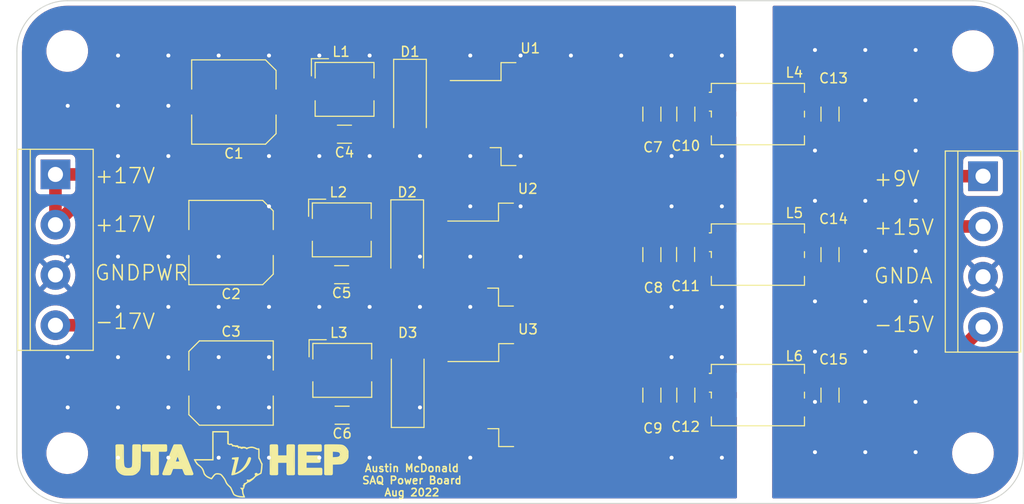
<source format=kicad_pcb>
(kicad_pcb (version 20211014) (generator pcbnew)
  (layers (0 "F.Cu" signal) (31 "B.Cu" signal) (34 "B.Paste" user) (35 "F.Paste" user) (36 "B.SilkS" user "B.Silkscreen") (37 "F.SilkS" user "F.Silkscreen") (38 "B.Mask" user) (39 "F.Mask" user) (44 "Edge.Cuts" user))
  (net 0 "")
  (net 1 "Net-(C1-Pad1)")
  (net 2 "GNDPWR")
  (net 3 "Net-(C3-Pad2)")
  (net 4 "Net-(C4-Pad1)")
  (net 5 "Net-(C5-Pad1)")
  (net 6 "Net-(C6-Pad1)")
  (net 7 "Net-(C10-Pad1)")
  (net 8 "Net-(C11-Pad1)")
  (net 9 "Net-(C12-Pad1)")
  (net 10 "Net-(C13-Pad1)")
  (net 11 "GNDA")
  (net 12 "Net-(C14-Pad1)")
  (net 13 "Net-(C15-Pad1)")
  (footprint "Capacitor_SMD:C_1206_3216Metric_Pad1.33x1.80mm_HandSolder" (layer "F.Cu") (at 64.103534 11.4554 90)
    (fp_text reference "C7" (at -3.3528 0.1016) (layer "F.SilkS"))
    (fp_text value "0.01u")
    (pad "1" smd roundrect locked (at -1.5625 0 90) (size 1.325 1.8) (layers "F.Cu" "F.Paste" "F.Mask") (roundrect_rratio 0.1886792453) (net 7 "Net-(C10-Pad1)"))
    (pad "2" smd roundrect locked (at 1.5625 0 90) (size 1.325 1.8) (layers "F.Cu" "F.Paste" "F.Mask") (roundrect_rratio 0.1886792453) (net 2 "GNDPWR"))
  )
  (footprint "MountingHole:MountingHole_3.2mm_M3" (layer "F.Cu") (at 5.08 45.72)
    (fp_text reference "H4" hide)
    (fp_text value "MountingHole")
    (pad "" np_thru_hole circle locked (at 0 0) (size 3.2 3.2) (drill 3.2) (layers *.Cu *.Mask))
  )
  (footprint "Diode_SMD:D_SMA_Handsoldering" (layer "F.Cu") (at 39.4522 38.7185 90)
    (fp_text reference "D3" (at 5.1651 0 180) (layer "F.SilkS"))
    (fp_text value "SS16FL")
    (pad "1" smd rect locked (at -2.5 0 90) (size 3.5 1.8) (layers "F.Cu" "F.Paste" "F.Mask") (net 2 "GNDPWR"))
    (pad "2" smd rect locked (at 2.5 0 90) (size 3.5 1.8) (layers "F.Cu" "F.Paste" "F.Mask") (net 6 "Net-(C6-Pad1)"))
  )
  (footprint "Inductor_SMD:L_CommonMode_Wuerth_WE-SL2" (layer "F.Cu") (at 74.809 11.4554)
    (fp_text reference "L4" (at 3.677 -4.2) (layer "F.SilkS"))
    (fp_text value "L_Coupled_1423")
    (pad "1" smd rect locked (at -3.75 -1.27) (size 2 1.2) (layers "F.Cu" "F.Paste" "F.Mask") (net 7 "Net-(C10-Pad1)"))
    (pad "2" smd rect locked (at -3.75 1.27) (size 2 1.2) (layers "F.Cu" "F.Paste" "F.Mask") (net 2 "GNDPWR"))
    (pad "3" smd rect locked (at 3.75 1.27) (size 2 1.2) (layers "F.Cu" "F.Paste" "F.Mask") (net 11 "GNDA"))
    (pad "4" smd rect locked (at 3.75 -1.27) (size 2 1.2) (layers "F.Cu" "F.Paste" "F.Mask") (net 10 "Net-(C13-Pad1)"))
  )
  (footprint "Capacitor_SMD:C_1206_3216Metric_Pad1.33x1.80mm_HandSolder" (layer "F.Cu") (at 33.0677 13.4862 180)
    (fp_text reference "C4" (at 0 -1.85) (layer "F.SilkS"))
    (fp_text value "1u")
    (pad "1" smd roundrect locked (at -1.5625 0 180) (size 1.325 1.8) (layers "F.Cu" "F.Paste" "F.Mask") (roundrect_rratio 0.1886792453) (net 4 "Net-(C4-Pad1)"))
    (pad "2" smd roundrect locked (at 1.5625 0 180) (size 1.325 1.8) (layers "F.Cu" "F.Paste" "F.Mask") (roundrect_rratio 0.1886792453) (net 2 "GNDPWR"))
  )
  (footprint "Inductor_SMD:L_Bourns_SRP5030T" (layer "F.Cu") (at 32.8482 37.3535)
    (fp_text reference "L3" (at -0.35 -3.8) (layer "F.SilkS"))
    (fp_text value "SRP5030T [10u]")
    (pad "1" smd roundrect locked (at -2.25 0) (size 2 1.8) (layers "F.Cu" "F.Paste" "F.Mask") (net 3 "Net-(C3-Pad2)"))
    (pad "2" smd roundrect locked (at 2.25 0) (size 2 1.8) (layers "F.Cu" "F.Paste" "F.Mask") (net 6 "Net-(C6-Pad1)"))
  )
  (footprint "Capacitor_SMD:C_1206_3216Metric_Pad1.33x1.80mm_HandSolder" (layer "F.Cu") (at 67.507134 25.6417 90)
    (fp_text reference "C11" (at -3.1881 0) (layer "F.SilkS"))
    (fp_text value "1u")
    (pad "1" smd roundrect locked (at -1.5625 0 90) (size 1.325 1.8) (layers "F.Cu" "F.Paste" "F.Mask") (roundrect_rratio 0.1886792453) (net 8 "Net-(C11-Pad1)"))
    (pad "2" smd roundrect locked (at 1.5625 0 90) (size 1.325 1.8) (layers "F.Cu" "F.Paste" "F.Mask") (roundrect_rratio 0.1886792453) (net 2 "GNDPWR"))
  )
  (footprint "TerminalBlock:TerminalBlock_bornier-4_P5.08mm" (layer "F.Cu") (at 97.536 17.7292 -90)
    (fp_text reference "J2" hide)
    (fp_text value "OUT")
    (pad "1" thru_hole rect locked (at 0 0 270) (size 3 3) (drill 1.52) (layers *.Cu *.Mask) (net 10 "Net-(C13-Pad1)"))
    (pad "2" thru_hole circle locked (at 5.08 0 270) (size 3 3) (drill 1.52) (layers *.Cu *.Mask) (net 12 "Net-(C14-Pad1)"))
    (pad "3" thru_hole circle locked (at 10.16 0 270) (size 3 3) (drill 1.52) (layers *.Cu *.Mask) (net 11 "GNDA"))
    (pad "4" thru_hole circle locked (at 15.24 0 270) (size 3 3) (drill 1.52) (layers *.Cu *.Mask) (net 13 "Net-(C15-Pad1)"))
  )
  (footprint "Inductor_SMD:L_Bourns_SRP5030T" (layer "F.Cu") (at 33.08 8.9563)
    (fp_text reference "L1" (at -0.35 -3.8) (layer "F.SilkS"))
    (fp_text value "SRP5030T [10u]")
    (pad "1" smd roundrect locked (at -2.25 0) (size 2 1.8) (layers "F.Cu" "F.Paste" "F.Mask") (net 1 "Net-(C1-Pad1)"))
    (pad "2" smd roundrect locked (at 2.25 0) (size 2 1.8) (layers "F.Cu" "F.Paste" "F.Mask") (net 4 "Net-(C4-Pad1)"))
  )
  (footprint "Capacitor_SMD:C_1206_3216Metric_Pad1.33x1.80mm_HandSolder" (layer "F.Cu") (at 64.103534 39.8526 90)
    (fp_text reference "C9" (at -3.3528 0.1016) (layer "F.SilkS"))
    (fp_text value "0.01u")
    (pad "1" smd roundrect locked (at -1.5625 0 90) (size 1.325 1.8) (layers "F.Cu" "F.Paste" "F.Mask") (roundrect_rratio 0.1886792453) (net 9 "Net-(C12-Pad1)"))
    (pad "2" smd roundrect locked (at 1.5625 0 90) (size 1.325 1.8) (layers "F.Cu" "F.Paste" "F.Mask") (roundrect_rratio 0.1886792453) (net 2 "GNDPWR"))
  )
  (footprint "Capacitor_SMD:C_1206_3216Metric_Pad1.33x1.80mm_HandSolder" (layer "F.Cu") (at 82.086734 39.8526 -90)
    (fp_text reference "C15" (at -3.6068 -0.3556 180) (layer "F.SilkS"))
    (fp_text value "1u")
    (pad "1" smd roundrect locked (at -1.5625 0 270) (size 1.325 1.8) (layers "F.Cu" "F.Paste" "F.Mask") (roundrect_rratio 0.1886792453) (net 13 "Net-(C15-Pad1)"))
    (pad "2" smd roundrect locked (at 1.5625 0 270) (size 1.325 1.8) (layers "F.Cu" "F.Paste" "F.Mask") (roundrect_rratio 0.1886792453) (net 11 "GNDA"))
  )
  (footprint "Capacitor_SMD:C_1206_3216Metric_Pad1.33x1.80mm_HandSolder" (layer "F.Cu") (at 82.086734 11.4554 -90)
    (fp_text reference "C13" (at -3.6191 -0.3556) (layer "F.SilkS"))
    (fp_text value "1u")
    (pad "1" smd roundrect locked (at -1.5625 0 270) (size 1.325 1.8) (layers "F.Cu" "F.Paste" "F.Mask") (roundrect_rratio 0.1886792453) (net 10 "Net-(C13-Pad1)"))
    (pad "2" smd roundrect locked (at 1.5625 0 270) (size 1.325 1.8) (layers "F.Cu" "F.Paste" "F.Mask") (roundrect_rratio 0.1886792453) (net 11 "GNDA"))
  )
  (footprint "Capacitor_SMD:C_1206_3216Metric_Pad1.33x1.80mm_HandSolder" (layer "F.Cu") (at 32.7851 27.686 180)
    (fp_text reference "C5" (at 0 -1.85) (layer "F.SilkS"))
    (fp_text value "1u")
    (pad "1" smd roundrect locked (at -1.5625 0 180) (size 1.325 1.8) (layers "F.Cu" "F.Paste" "F.Mask") (roundrect_rratio 0.1886792453) (net 5 "Net-(C5-Pad1)"))
    (pad "2" smd roundrect locked (at 1.5625 0 180) (size 1.325 1.8) (layers "F.Cu" "F.Paste" "F.Mask") (roundrect_rratio 0.1886792453) (net 2 "GNDPWR"))
  )
  (footprint "LOGO" (layer "F.Cu") (at 21.6916 46.2788)
    (fp_text reference "G***" hide)
    (fp_text value "LOGO" hide)
  )
  (footprint "Package_TO_SOT_SMD:TO-263-3_TabPin2" (layer "F.Cu") (at 51.8252 11.4554)
    (fp_text reference "U1" (at 0 -6.65) (layer "F.SilkS"))
    (fp_text value "L7809")
    (pad "1" smd rect locked (at -5.775 -2.54) (size 4.6 1.1) (layers "F.Cu" "F.Paste" "F.Mask") (net 4 "Net-(C4-Pad1)"))
    (pad "2" smd rect locked (at -5.775 0) (size 4.6 1.1) (layers "F.Cu" "F.Paste" "F.Mask") (net 2 "GNDPWR"))
    (pad "2" smd rect locked (at 3.375 0) (size 9.4 10.8) (layers "F.Cu" "F.Mask") (net 2 "GNDPWR"))
    (pad "3" smd rect locked (at -5.775 2.54) (size 4.6 1.1) (layers "F.Cu" "F.Paste" "F.Mask") (net 7 "Net-(C10-Pad1)"))
  )
  (footprint "Package_TO_SOT_SMD:TO-263-3_TabPin2" (layer "F.Cu") (at 51.5712 25.654)
    (fp_text reference "U2" (at 0 -6.65) (layer "F.SilkS"))
    (fp_text value "L7815")
    (pad "1" smd rect locked (at -5.775 -2.54) (size 4.6 1.1) (layers "F.Cu" "F.Paste" "F.Mask") (net 5 "Net-(C5-Pad1)"))
    (pad "2" smd rect locked (at -5.775 0) (size 4.6 1.1) (layers "F.Cu" "F.Paste" "F.Mask") (net 2 "GNDPWR"))
    (pad "2" smd rect locked (at 3.375 0) (size 9.4 10.8) (layers "F.Cu" "F.Mask") (net 2 "GNDPWR"))
    (pad "3" smd rect locked (at -5.775 2.54) (size 4.6 1.1) (layers "F.Cu" "F.Paste" "F.Mask") (net 8 "Net-(C11-Pad1)"))
  )
  (footprint "MountingHole:MountingHole_3.2mm_M3" (layer "F.Cu") (at 96.52 5.08)
    (fp_text reference "H3" hide)
    (fp_text value "MountingHole")
    (pad "" np_thru_hole circle locked (at 0 0) (size 3.2 3.2) (drill 3.2) (layers *.Cu *.Mask))
  )
  (footprint "Capacitor_SMD:C_1206_3216Metric_Pad1.33x1.80mm_HandSolder" (layer "F.Cu") (at 82.086734 25.654 -90)
    (fp_text reference "C14" (at -3.6068 -0.3556 180) (layer "F.SilkS"))
    (fp_text value "1u")
    (pad "1" smd roundrect locked (at -1.5625 0 270) (size 1.325 1.8) (layers "F.Cu" "F.Paste" "F.Mask") (roundrect_rratio 0.1886792453) (net 12 "Net-(C14-Pad1)"))
    (pad "2" smd roundrect locked (at 1.5625 0 270) (size 1.325 1.8) (layers "F.Cu" "F.Paste" "F.Mask") (roundrect_rratio 0.1886792453) (net 11 "GNDA"))
  )
  (footprint "Inductor_SMD:L_CommonMode_Wuerth_WE-SL2" (layer "F.Cu") (at 74.809 25.654)
    (fp_text reference "L5" (at 3.677 -4.2) (layer "F.SilkS"))
    (fp_text value "L_Coupled_1423")
    (pad "1" smd rect locked (at -3.75 -1.27) (size 2 1.2) (layers "F.Cu" "F.Paste" "F.Mask") (net 8 "Net-(C11-Pad1)"))
    (pad "2" smd rect locked (at -3.75 1.27) (size 2 1.2) (layers "F.Cu" "F.Paste" "F.Mask") (net 2 "GNDPWR"))
    (pad "3" smd rect locked (at 3.75 1.27) (size 2 1.2) (layers "F.Cu" "F.Paste" "F.Mask") (net 11 "GNDA"))
    (pad "4" smd rect locked (at 3.75 -1.27) (size 2 1.2) (layers "F.Cu" "F.Paste" "F.Mask") (net 12 "Net-(C14-Pad1)"))
  )
  (footprint "Inductor_SMD:L_CommonMode_Wuerth_WE-SL2" (layer "F.Cu") (at 74.809 39.8526)
    (fp_text reference "L6" (at 3.677 -3.937) (layer "F.SilkS"))
    (fp_text value "L_Coupled_1423")
    (pad "1" smd rect locked (at -3.75 -1.27) (size 2 1.2) (layers "F.Cu" "F.Paste" "F.Mask") (net 9 "Net-(C12-Pad1)"))
    (pad "2" smd rect locked (at -3.75 1.27) (size 2 1.2) (layers "F.Cu" "F.Paste" "F.Mask") (net 2 "GNDPWR"))
    (pad "3" smd rect locked (at 3.75 1.27) (size 2 1.2) (layers "F.Cu" "F.Paste" "F.Mask") (net 11 "GNDA"))
    (pad "4" smd rect locked (at 3.75 -1.27) (size 2 1.2) (layers "F.Cu" "F.Paste" "F.Mask") (net 13 "Net-(C15-Pad1)"))
  )
  (footprint "Capacitor_SMD:C_1206_3216Metric_Pad1.33x1.80mm_HandSolder" (layer "F.Cu") (at 67.531267 11.4554 90)
    (fp_text reference "C10" (at -3.2004 0) (layer "F.SilkS"))
    (fp_text value "1u")
    (pad "1" smd roundrect locked (at -1.5625 0 90) (size 1.325 1.8) (layers "F.Cu" "F.Paste" "F.Mask") (roundrect_rratio 0.1886792453) (net 7 "Net-(C10-Pad1)"))
    (pad "2" smd roundrect locked (at 1.5625 0 90) (size 1.325 1.8) (layers "F.Cu" "F.Paste" "F.Mask") (roundrect_rratio 0.1886792453) (net 2 "GNDPWR"))
  )
  (footprint "TerminalBlock:TerminalBlock_bornier-4_P5.08mm" (layer "F.Cu") (at 3.8922 17.5514 -90)
    (fp_text reference "J1" hide)
    (fp_text value "IN")
    (pad "1" thru_hole rect locked (at 0 0 270) (size 3 3) (drill 1.52) (layers *.Cu *.Mask) (net 1 "Net-(C1-Pad1)"))
    (pad "2" thru_hole circle locked (at 5.08 0 270) (size 3 3) (drill 1.52) (layers *.Cu *.Mask) (net 1 "Net-(C1-Pad1)"))
    (pad "3" thru_hole circle locked (at 10.16 0 270) (size 3 3) (drill 1.52) (layers *.Cu *.Mask) (net 2 "GNDPWR"))
    (pad "4" thru_hole circle locked (at 15.24 0 270) (size 3 3) (drill 1.52) (layers *.Cu *.Mask) (net 3 "Net-(C3-Pad2)"))
  )
  (footprint "Capacitor_SMD:C_Elec_8x10.2" (layer "F.Cu") (at 21.904 10.2362 180)
    (fp_text reference "C1" (at 0 -5.2) (layer "F.SilkS"))
    (fp_text value "100u")
    (pad "1" smd roundrect locked (at -3.6 0 180) (size 4.5 2.1) (layers "F.Cu" "F.Paste" "F.Mask") (roundrect_rratio 0.1190480952) (net 1 "Net-(C1-Pad1)"))
    (pad "2" smd roundrect locked (at 3.6 0 180) (size 4.5 2.1) (layers "F.Cu" "F.Paste" "F.Mask") (roundrect_rratio 0.1190480952) (net 2 "GNDPWR"))
  )
  (footprint "Diode_SMD:D_SMA_Handsoldering" (layer "F.Cu") (at 39.4014 24.5199 -90)
    (fp_text reference "D2" (at -5.1651 0 180) (layer "F.SilkS"))
    (fp_text value "SS16FL")
    (pad "1" smd rect locked (at -2.5 0 270) (size 3.5 1.8) (layers "F.Cu" "F.Paste" "F.Mask") (net 5 "Net-(C5-Pad1)"))
    (pad "2" smd rect locked (at 2.5 0 270) (size 3.5 1.8) (layers "F.Cu" "F.Paste" "F.Mask") (net 2 "GNDPWR"))
  )
  (footprint "Capacitor_SMD:C_1206_3216Metric_Pad1.33x1.80mm_HandSolder" (layer "F.Cu") (at 64.103534 25.654 90)
    (fp_text reference "C8" (at -3.3528 0.1524) (layer "F.SilkS"))
    (fp_text value "0.01u")
    (pad "1" smd roundrect locked (at -1.5625 0 90) (size 1.325 1.8) (layers "F.Cu" "F.Paste" "F.Mask") (roundrect_rratio 0.1886792453) (net 8 "Net-(C11-Pad1)"))
    (pad "2" smd roundrect locked (at 1.5625 0 90) (size 1.325 1.8) (layers "F.Cu" "F.Paste" "F.Mask") (roundrect_rratio 0.1886792453) (net 2 "GNDPWR"))
  )
  (footprint "Inductor_SMD:L_Bourns_SRP5030T" (layer "F.Cu") (at 32.7974 23.1549)
    (fp_text reference "L2" (at -0.35 -3.8) (layer "F.SilkS"))
    (fp_text value "SRP5030T [10u]")
    (pad "1" smd roundrect locked (at -2.25 0) (size 2 1.8) (layers "F.Cu" "F.Paste" "F.Mask") (net 1 "Net-(C1-Pad1)"))
    (pad "2" smd roundrect locked (at 2.25 0) (size 2 1.8) (layers "F.Cu" "F.Paste" "F.Mask") (net 5 "Net-(C5-Pad1)"))
  )
  (footprint "Capacitor_SMD:C_1206_3216Metric_Pad1.33x1.80mm_HandSolder" (layer "F.Cu") (at 32.8359 41.8834 180)
    (fp_text reference "C6" (at 0 -1.85) (layer "F.SilkS"))
    (fp_text value "1u")
    (pad "1" smd roundrect locked (at -1.5625 0 180) (size 1.325 1.8) (layers "F.Cu" "F.Paste" "F.Mask") (roundrect_rratio 0.1886792453) (net 6 "Net-(C6-Pad1)"))
    (pad "2" smd roundrect locked (at 1.5625 0 180) (size 1.325 1.8) (layers "F.Cu" "F.Paste" "F.Mask") (roundrect_rratio 0.1886792453) (net 2 "GNDPWR"))
  )
  (footprint "Capacitor_SMD:C_Elec_8x10.2" (layer "F.Cu") (at 21.6214 38.6334)
    (fp_text reference "C3" (at 0 -5.2) (layer "F.SilkS"))
    (fp_text value "100u")
    (pad "1" smd roundrect locked (at -3.6 0) (size 4.5 2.1) (layers "F.Cu" "F.Paste" "F.Mask") (roundrect_rratio 0.1190480952) (net 2 "GNDPWR"))
    (pad "2" smd roundrect locked (at 3.6 0) (size 4.5 2.1) (layers "F.Cu" "F.Paste" "F.Mask") (roundrect_rratio 0.1190480952) (net 3 "Net-(C3-Pad2)"))
  )
  (footprint "MountingHole:MountingHole_3.2mm_M3" (layer "F.Cu") (at 5.08 5.08)
    (fp_text reference "H2" hide)
    (fp_text value "MountingHole")
    (pad "" np_thru_hole circle locked (at 0 0) (size 3.2 3.2) (drill 3.2) (layers *.Cu *.Mask))
  )
  (footprint "Capacitor_SMD:C_Elec_8x10.2" (layer "F.Cu") (at 21.6214 24.4348 180)
    (fp_text reference "C2" (at 0 -5.2) (layer "F.SilkS"))
    (fp_text value "100u")
    (pad "1" smd roundrect locked (at -3.6 0 180) (size 4.5 2.1) (layers "F.Cu" "F.Paste" "F.Mask") (roundrect_rratio 0.1190480952) (net 1 "Net-(C1-Pad1)"))
    (pad "2" smd roundrect locked (at 3.6 0 180) (size 4.5 2.1) (layers "F.Cu" "F.Paste" "F.Mask") (roundrect_rratio 0.1190480952) (net 2 "GNDPWR"))
  )
  (footprint "Diode_SMD:D_SMA_Handsoldering" (layer "F.Cu") (at 39.684 10.3213 -90)
    (fp_text reference "D1" (at -5.1651 0 180) (layer "F.SilkS"))
    (fp_text value "SS16FL")
    (pad "1" smd rect locked (at -2.5 0 270) (size 3.5 1.8) (layers "F.Cu" "F.Paste" "F.Mask") (net 4 "Net-(C4-Pad1)"))
    (pad "2" smd rect locked (at 2.5 0 270) (size 3.5 1.8) (layers "F.Cu" "F.Paste" "F.Mask") (net 2 "GNDPWR"))
  )
  (footprint "Package_TO_SOT_SMD:TO-263-3_TabPin2" (layer "F.Cu") (at 51.5934 39.8526)
    (fp_text reference "U3" (at 0 -6.65) (layer "F.SilkS"))
    (fp_text value "MC7915")
    (pad "1" smd rect locked (at -5.775 -2.54) (size 4.6 1.1) (layers "F.Cu" "F.Paste" "F.Mask") (net 2 "GNDPWR"))
    (pad "2" smd rect locked (at 3.375 0) (size 9.4 10.8) (layers "F.Cu" "F.Mask") (net 6 "Net-(C6-Pad1)"))
    (pad "2" smd rect locked (at -5.775 0) (size 4.6 1.1) (layers "F.Cu" "F.Paste" "F.Mask") (net 6 "Net-(C6-Pad1)"))
    (pad "3" smd rect locked (at -5.775 2.54) (size 4.6 1.1) (layers "F.Cu" "F.Paste" "F.Mask") (net 9 "Net-(C12-Pad1)"))
  )
  (footprint "MountingHole:MountingHole_3.2mm_M3" (layer "F.Cu") (at 96.52 45.72)
    (fp_text reference "H1" hide)
    (fp_text value "MountingHole")
    (pad "" np_thru_hole circle locked (at 0 0) (size 3.2 3.2) (drill 3.2) (layers *.Cu *.Mask))
  )
  (footprint "Capacitor_SMD:C_1206_3216Metric_Pad1.33x1.80mm_HandSolder" (layer "F.Cu") (at 67.531267 39.8526 90)
    (fp_text reference "C12" (at -3.2004 -0.026667) (layer "F.SilkS"))
    (fp_text value "1u")
    (pad "1" smd roundrect locked (at -1.5625 0 90) (size 1.325 1.8) (layers "F.Cu" "F.Paste" "F.Mask") (roundrect_rratio 0.1886792453) (net 9 "Net-(C12-Pad1)"))
    (pad "2" smd roundrect locked (at 1.5625 0 90) (size 1.325 1.8) (layers "F.Cu" "F.Paste" "F.Mask") (roundrect_rratio 0.1886792453) (net 2 "GNDPWR"))
  )
  (gr_line (start 101.6 5.08) (end 101.6 45.72) (layer "Edge.Cuts") (width 0.1))
  (gr_line (start 0 45.72) (end 0 5.08) (layer "Edge.Cuts") (width 0.1))
  (gr_arc (start 101.6 45.72) (mid 100.112102 49.312102) (end 96.52 50.8) (layer "Edge.Cuts") (width 0.1))
  (gr_line (start 5.08 0) (end 96.52 0) (layer "Edge.Cuts") (width 0.1))
  (gr_line (start 96.52 50.8) (end 5.08 50.8) (layer "Edge.Cuts") (width 0.1))
  (gr_arc (start 0 5.08) (mid 1.487898 1.487898) (end 5.08 0) (layer "Edge.Cuts") (width 0.1))
  (gr_arc (start 96.52 0) (mid 100.112102 1.487898) (end 101.6 5.08) (layer "Edge.Cuts") (width 0.1))
  (gr_arc (start 5.08 50.8) (mid 1.487898 49.312102) (end 0 45.72) (layer "Edge.Cuts") (width 0.1))
  (gr_text "Austin McDonald\nSAQ Power Board\nAug 2022" (at 39.878 48.4632) (layer "F.SilkS") (effects (font (size 0.762 0.762))))
  (gr_text "+9V\n\n+15V\n\nGNDA\n\n-15V" (at 86.4108 25.3492) (layer "F.SilkS") (effects (font (size 1.524 1.524)) (justify left)))
  (gr_text "+17V\n\n+17V\n\nGNDPWR\n\n-17V" (at 7.7724 25.0444) (layer "F.SilkS") (effects (font (size 1.524 1.524)) (justify left)))
  (segment (start 25.2214 24.4348) (end 29.2675 24.4348) (width 1.27) (layer "F.Cu") (net 1))
  (segment (start 3.8922 17.5514) (end 18.1888 17.5514) (width 1.27) (layer "F.Cu") (net 1))
  (segment (start 21.918 21.1314) (end 25.2214 24.4348) (width 1.27) (layer "F.Cu") (net 1))
  (segment (start 29.2675 24.4348) (end 30.5474 23.1549) (width 1.27) (layer "F.Cu") (net 1))
  (segment (start 3.8922 22.6314) (end 3.8922 17.5514) (width 1.27) (layer "F.Cu") (net 1))
  (segment (start 29.5501 10.2362) (end 30.83 8.9563) (width 1.27) (layer "F.Cu") (net 1))
  (segment (start 25.504 10.2362) (end 29.5501 10.2362) (width 1.27) (layer "F.Cu") (net 1))
  (segment (start 5.3922 21.1314) (end 21.918 21.1314) (width 1.27) (layer "F.Cu") (net 1))
  (segment (start 3.8922 22.6314) (end 5.3922 21.1314) (width 1.27) (layer "F.Cu") (net 1))
  (segment (start 18.1888 17.5514) (end 25.504 10.2362) (width 1.27) (layer "F.Cu") (net 1))
  (segment (start 18.0214 38.6334) (end 18.0214 38.7478) (width 1.27) (layer "F.Cu") (net 2))
  (segment (start 17.923 10.6172) (end 18.304 10.2362) (width 1.27) (layer "F.Cu") (net 2))
  (segment (start 18.0214 24.4348) (end 18.9484 24.4348) (width 1.27) (layer "F.Cu") (net 2))
  (segment (start 18.0214 24.4348) (end 16.7132 24.4348) (width 1.27) (layer "F.Cu") (net 2))
  (segment (start 67.494834 24.0915) (end 67.507134 24.0792) (width 1.27) (layer "F.Cu") (net 2))
  (segment (start 18.0214 38.6334) (end 17.7546 38.6334) (width 1.27) (layer "F.Cu") (net 2))
  (via (at 30.5308 46.1772) (size 0.8) (drill 0.4) (layers "F.Cu" "B.Cu") (net 2))
  (via (at 30.5308 15.6972) (size 0.8) (drill 0.4) (layers "F.Cu" "B.Cu") (net 2))
  (via (at 25.4508 36.0172) (size 0.8) (drill 0.4) (layers "F.Cu" "B.Cu") (net 2))
  (via (at 25.4508 15.6972) (size 0.8) (drill 0.4) (layers "F.Cu" "B.Cu") (net 2))
  (via (at 35.6108 30.9372) (size 0.8) (drill 0.4) (layers "F.Cu" "B.Cu") (net 2))
  (via (at 10.2108 36.0172) (size 0.8) (drill 0.4) (layers "F.Cu" "B.Cu") (net 2))
  (via (at 40.6908 46.1772) (size 0.8) (drill 0.4) (layers "F.Cu" "B.Cu") (net 2))
  (via (at 71.1708 36.0172) (size 0.8) (drill 0.4) (layers "F.Cu" "B.Cu") (net 2))
  (via (at 66.0908 20.7772) (size 0.8) (drill 0.4) (layers "F.Cu" "B.Cu") (net 2))
  (via (at 20.3708 25.8572) (size 0.8) (drill 0.4) (layers "F.Cu" "B.Cu") (net 2))
  (via (at 40.6908 30.9372) (size 0.8) (drill 0.4) (layers "F.Cu" "B.Cu") (net 2))
  (via (at 15.2908 41.0972) (size 0.8) (drill 0.4) (layers "F.Cu" "B.Cu") (net 2))
  (via (at 15.2908 25.8572) (size 0.8) (drill 0.4) (layers "F.Cu" "B.Cu") (net 2))
  (via (at 25.4508 46.1772) (size 0.8) (drill 0.4) (layers "F.Cu" "B.Cu") (net 2))
  (via (at 15.2908 46.1772) (size 0.8) (drill 0.4) (layers "F.Cu" "B.Cu") (net 2))
  (via (at 20.3708 30.9372) (size 0.8) (drill 0.4) (layers "F.Cu" "B.Cu") (net 2))
  (via (at 55.9308 5.5372) (size 0.8) (drill 0.4) (layers "F.Cu" "B.Cu") (net 2))
  (via (at 20.3708 46.1772) (size 0.8) (drill 0.4) (layers "F.Cu" "B.Cu") (net 2))
  (via (at 35.6108 15.6972) (size 0.8) (drill 0.4) (layers "F.Cu" "B.Cu") (net 2))
  (via (at 30.5308 30.9372) (size 0.8) (drill 0.4) (layers "F.Cu" "B.Cu") (net 2))
  (via (at 10.2108 5.5372) (size 0.8) (drill 0.4) (layers "F.Cu" "B.Cu") (net 2))
  (via (at 10.2108 46.1772) (size 0.8) (drill 0.4) (layers "F.Cu" "B.Cu") (net 2))
  (via (at 25.4508 5.5372) (size 0.8) (drill 0.4) (layers "F.Cu" "B.Cu") (net 2))
  (via (at 66.0908 36.0172) (size 0.8) (drill 0.4) (layers "F.Cu" "B.Cu") (net 2))
  (via (at 71.1708 46.1772) (size 0.8) (drill 0.4) (layers "F.Cu" "B.Cu") (net 2))
  (via (at 10.2108 15.6972) (size 0.8) (drill 0.4) (layers "F.Cu" "B.Cu") (net 2))
  (via (at 5.1308 36.0172) (size 0.8) (drill 0.4) (layers "F.Cu" "B.Cu") (net 2))
  (via (at 20.3708 5.5372) (size 0.8) (drill 0.4) (layers "F.Cu" "B.Cu") (net 2))
  (via (at 61.0108 5.5372) (size 0.8) (drill 0.4) (layers "F.Cu" "B.Cu") (net 2))
  (via (at 5.1308 41.0972) (size 0.8) (drill 0.4) (layers "F.Cu" "B.Cu") (net 2))
  (via (at 71.1708 15.6972) (size 0.8) (drill 0.4) (layers "F.Cu" "B.Cu") (net 2))
  (via (at 25.4508 30.9372) (size 0.8) (drill 0.4) (layers "F.Cu" "B.Cu") (net 2))
  (via (at 40.6908 25.8572) (size 0.8) (drill 0.4) (layers "F.Cu" "B.Cu") (net 2))
  (via (at 20.3708 36.0172) (size 0.8) (drill 0.4) (layers "F.Cu" "B.Cu") (net 2))
  (via (at 50.8508 5.5372) (size 0.8) (drill 0.4) (layers "F.Cu" "B.Cu") (net 2))
  (via (at 45.7708 46.1772) (size 0.8) (drill 0.4) (layers "F.Cu" "B.Cu") (net 2))
  (via (at 71.1708 5.5372) (size 0.8) (drill 0.4) (layers "F.Cu" "B.Cu") (net 2))
  (via (at 15.2908 30.9372) (size 0.8) (drill 0.4) (layers "F.Cu" "B.Cu") (net 2))
  (via (at 10.2108 41.0972) (size 0.8) (drill 0.4) (layers "F.Cu" "B.Cu") (net 2))
  (via (at 10.2108 30.9372) (size 0.8) (drill 0.4) (layers "F.Cu" "B.Cu") (net 2))
  (via (at 25.4508 20.7772) (size 0.8) (drill 0.4) (layers "F.Cu" "B.Cu") (net 2))
  (via (at 66.0908 46.1772) (size 0.8) (drill 0.4) (layers "F.Cu" "B.Cu") (net 2))
  (via (at 50.8508 20.7772) (size 0.8) (drill 0.4) (layers "F.Cu" "B.Cu") (net 2))
  (via (at 45.7708 25.8572) (size 0.8) (drill 0.4) (layers "F.Cu" "B.Cu") (net 2))
  (via (at 45.7708 5.5372) (size 0.8) (drill 0.4) (layers "F.Cu" "B.Cu") (net 2))
  (via (at 15.2908 36.0172) (size 0.8) (drill 0.4) (layers "F.Cu" "B.Cu") (net 2))
  (via (at 5.1308 10.6172) (size 0.8) (drill 0.4) (layers "F.Cu" "B.Cu") (net 2))
  (via (at 35.6108 5.5372) (size 0.8) (drill 0.4) (layers "F.Cu" "B.Cu") (net 2))
  (via (at 20.3708 41.0972) (size 0.8) (drill 0.4) (layers "F.Cu" "B.Cu") (net 2))
  (via (at 66.0908 15.6972) (size 0.8) (drill 0.4) (layers "F.Cu" "B.Cu") (net 2))
  (via (at 71.1708 20.7772) (size 0.8) (drill 0.4) (layers "F.Cu" "B.Cu") (net 2))
  (via (at 15.2908 10.6172) (size 0.8) (drill 0.4) (layers "F.Cu" "B.Cu") (net 2))
  (via (at 66.0908 30.9372) (size 0.8) (drill 0.4) (layers "F.Cu" "B.Cu") (net 2))
  (via (at 45.7708 15.6972) (size 0.8) (drill 0.4) (layers "F.Cu" "B.Cu") (net 2))
  (via (at 5.1308 25.8572) (size 0.8) (drill 0.4) (layers "F.Cu" "B.Cu") (net 2))
  (via (at 50.8508 15.6972) (size 0.8) (drill 0.4) (layers "F.Cu" "B.Cu") (net 2))
  (via (at 15.2908 15.6972) (size 0.8) (drill 0.4) (layers "F.Cu" "B.Cu") (net 2))
  (via (at 15.2908 5.5372) (size 0.8) (drill 0.4) (layers "F.Cu" "B.Cu") (net 2))
  (via (at 25.4508 41.0972) (size 0.8) (drill 0.4) (layers "F.Cu" "B.Cu") (net 2))
  (via (at 66.0908 5.5372) (size 0.8) (drill 0.4) (layers "F.Cu" "B.Cu") (net 2))
  (via (at 71.1708 30.9372) (size 0.8) (drill 0.4) (layers "F.Cu" "B.Cu") (net 2))
  (via (at 35.6108 46.1772) (size 0.8) (drill 0.4) (layers "F.Cu" "B.Cu") (net 2))
  (via (at 10.2108 25.8572) (size 0.8) (drill 0.4) (layers "F.Cu" "B.Cu") (net 2))
  (via (at 10.2108 10.6172) (size 0.8) (drill 0.4) (layers "F.Cu" "B.Cu") (net 2))
  (via (at 40.6908 41.0972) (size 0.8) (drill 0.4) (layers "F.Cu" "B.Cu") (net 2))
  (via (at 40.6908 15.6972) (size 0.8) (drill 0.4) (layers "F.Cu" "B.Cu") (net 2))
  (via (at 50.8508 25.8572) (size 0.8) (drill 0.4) (layers "F.Cu" "B.Cu") (net 2))
  (via (at 30.5308 5.5372) (size 0.8) (drill 0.4) (layers "F.Cu" "B.Cu") (net 2))
  (via (at 45.7708 20.7772) (size 0.8) (drill 0.4) (layers "F.Cu" "B.Cu") (net 2))
  (via (at 45.7708 30.9372) (size 0.8) (drill 0.4) (layers "F.Cu" "B.Cu") (net 2))
  (segment (start 19.3794 32.7914) (end 25.2214 38.6334) (width 1.27) (layer "F.Cu") (net 3))
  (segment (start 25.2214 38.6334) (end 29.3183 38.6334) (width 1.27) (layer "F.Cu") (net 3))
  (segment (start 3.8922 32.7914) (end 19.3794 32.7914) (width 1.27) (layer "F.Cu") (net 3))
  (segment (start 29.3183 38.6334) (end 30.5982 37.3535) (width 1.27) (layer "F.Cu") (net 3))
  (segment (start 35.33 8.9563) (end 38.549 8.9563) (width 1.27) (layer "F.Cu") (net 4))
  (segment (start 46.0502 8.9154) (end 40.7781 8.9154) (width 1.27) (layer "F.Cu") (net 4))
  (segment (start 34.6302 13.4862) (end 34.6302 9.6561) (width 1.27) (layer "F.Cu") (net 4))
  (segment (start 38.549 8.9563) (end 39.684 7.8213) (width 1.27) (layer "F.Cu") (net 4))
  (segment (start 34.6302 9.6561) (end 35.33 8.9563) (width 1.27) (layer "F.Cu") (net 4))
  (segment (start 40.7781 8.9154) (end 39.684 7.8213) (width 1.27) (layer "F.Cu") (net 4))
  (segment (start 38.2664 23.1549) (end 39.4014 22.0199) (width 1.27) (layer "F.Cu") (net 5))
  (segment (start 35.0474 23.1549) (end 38.2664 23.1549) (width 1.27) (layer "F.Cu") (net 5))
  (segment (start 34.3476 23.8547) (end 35.0474 23.1549) (width 1.27) (layer "F.Cu") (net 5))
  (segment (start 40.4955 23.114) (end 39.4014 22.0199) (width 1.27) (layer "F.Cu") (net 5))
  (segment (start 45.7962 23.114) (end 40.4955 23.114) (width 1.27) (layer "F.Cu") (net 5))
  (segment (start 34.3476 27.686) (end 34.3476 23.8547) (width 1.27) (layer "F.Cu") (net 5))
  (segment (start 34.3984 38.0533) (end 35.0982 37.3535) (width 1.27) (layer "F.Cu") (net 6))
  (segment (start 35.0982 37.3535) (end 38.3172 37.3535) (width 1.27) (layer "F.Cu") (net 6))
  (segment (start 43.0863 39.8526) (end 39.4522 36.2185) (width 1.27) (layer "F.Cu") (net 6))
  (segment (start 45.8184 39.8526) (end 43.0863 39.8526) (width 1.27) (layer "F.Cu") (net 6))
  (segment (start 34.3984 41.8834) (end 34.3984 38.0533) (width 1.27) (layer "F.Cu") (net 6))
  (segment (start 45.8184 39.8526) (end 54.9684 39.8526) (width 1.27) (layer "F.Cu") (net 6))
  (segment (start 38.3172 37.3535) (end 39.4522 36.2185) (width 1.27) (layer "F.Cu") (net 6))
  (segment (start 67.531267 13.0179) (end 70.363767 10.1854) (width 1.27) (layer "F.Cu") (net 7))
  (segment (start 64.103534 13.0179) (end 67.531267 13.0179) (width 1.27) (layer "F.Cu") (net 7))
  (segment (start 62.0074 18.0086) (end 64.103534 15.912466) (width 1.27) (layer "F.Cu") (net 7))
  (segment (start 50.0634 18.0086) (end 62.0074 18.0086) (width 1.27) (layer "F.Cu") (net 7))
  (segment (start 70.363767 10.1854) (end 71.059 10.1854) (width 1.27) (layer "F.Cu") (net 7))
  (segment (start 46.0502 13.9954) (end 50.0634 18.0086) (width 1.27) (layer "F.Cu") (net 7))
  (segment (start 64.103534 15.912466) (end 64.103534 13.0179) (width 1.27) (layer "F.Cu") (net 7))
  (segment (start 45.7962 28.273022) (end 49.654178 32.131) (width 1.27) (layer "F.Cu") (net 8))
  (segment (start 45.7962 28.194) (end 45.7962 28.273022) (width 1.27) (layer "F.Cu") (net 8))
  (segment (start 67.507134 27.2042) (end 70.327334 24.384) (width 1.27) (layer "F.Cu") (net 8))
  (segment (start 67.494834 27.2165) (end 67.507134 27.2042) (width 1.27) (layer "F.Cu") (net 8))
  (segment (start 64.103534 27.2165) (end 67.494834 27.2165) (width 1.27) (layer "F.Cu") (net 8))
  (segment (start 70.327334 24.384) (end 71.059 24.384) (width 1.27) (layer "F.Cu") (net 8))
  (segment (start 64.103534 28.714066) (end 64.103534 27.2165) (width 1.27) (layer "F.Cu") (net 8))
  (segment (start 60.6866 32.131) (end 64.103534 28.714066) (width 1.27) (layer "F.Cu") (net 8))
  (segment (start 49.654178 32.131) (end 60.6866 32.131) (width 1.27) (layer "F.Cu") (net 8))
  (segment (start 45.8184 42.3926) (end 45.8184 42.9168) (width 1.27) (layer "F.Cu") (net 9))
  (segment (start 67.531267 41.4151) (end 70.363767 38.5826) (width 1.27) (layer "F.Cu") (net 9))
  (segment (start 60.9406 46.355) (end 64.103534 43.192066) (width 1.27) (layer "F.Cu") (net 9))
  (segment (start 45.8184 42.9168) (end 49.2566 46.355) (width 1.27) (layer "F.Cu") (net 9))
  (segment (start 70.363767 38.5826) (end 71.059 38.5826) (width 1.27) (layer "F.Cu") (net 9))
  (segment (start 49.2566 46.355) (end 60.9406 46.355) (width 1.27) (layer "F.Cu") (net 9))
  (segment (start 64.103534 43.192066) (end 64.103534 41.4151) (width 1.27) (layer "F.Cu") (net 9))
  (segment (start 64.103534 41.4151) (end 67.531267 41.4151) (width 1.27) (layer "F.Cu") (net 9))
  (segment (start 78.559 10.1854) (end 81.794234 10.1854) (width 1.27) (layer "F.Cu") (net 10))
  (segment (start 89.923034 17.7292) (end 97.536 17.7292) (width 1.27) (layer "F.Cu") (net 10))
  (segment (start 82.086734 9.8929) (end 89.923034 17.7292) (width 1.27) (layer "F.Cu") (net 10))
  (segment (start 81.794234 10.1854) (end 82.086734 9.8929) (width 1.27) (layer "F.Cu") (net 10))
  (via (at 80.5688 35.4584) (size 0.8) (drill 0.4) (layers "F.Cu" "B.Cu") (net 11))
  (via (at 85.6488 10.0584) (size 0.8) (drill 0.4) (layers "F.Cu" "B.Cu") (net 11))
  (via (at 90.7288 35.4584) (size 0.8) (drill 0.4) (layers "F.Cu" "B.Cu") (net 11))
  (via (at 90.7288 30.3784) (size 0.8) (drill 0.4) (layers "F.Cu" "B.Cu") (net 11))
  (via (at 85.6488 20.2184) (size 0.8) (drill 0.4) (layers "F.Cu" "B.Cu") (net 11))
  (via (at 80.5688 40.5384) (size 0.8) (drill 0.4) (layers "F.Cu" "B.Cu") (net 11))
  (via (at 90.7288 25.2984) (size 0.8) (drill 0.4) (layers "F.Cu" "B.Cu") (net 11))
  (via (at 85.6488 45.6184) (size 0.8) (drill 0.4) (layers "F.Cu" "B.Cu") (net 11))
  (via (at 90.7288 20.2184) (size 0.8) (drill 0.4) (layers "F.Cu" "B.Cu") (net 11))
  (via (at 85.6488 25.2984) (size 0.8) (drill 0.4) (layers "F.Cu" "B.Cu") (net 11))
  (via (at 90.7288 15.1384) (size 0.8) (drill 0.4) (layers "F.Cu" "B.Cu") (net 11))
  (via (at 85.6488 35.4584) (size 0.8) (drill 0.4) (layers "F.Cu" "B.Cu") (net 11))
  (via (at 90.7288 40.5384) (size 0.8) (drill 0.4) (layers "F.Cu" "B.Cu") (net 11))
  (via (at 90.7288 10.0584) (size 0.8) (drill 0.4) (layers "F.Cu" "B.Cu") (net 11))
  (via (at 90.7288 45.6184) (size 0.8) (drill 0.4) (layers "F.Cu" "B.Cu") (net 11))
  (via (at 85.6488 4.9784) (size 0.8) (drill 0.4) (layers "F.Cu" "B.Cu") (net 11))
  (via (at 80.5688 20.2184) (size 0.8) (drill 0.4) (layers "F.Cu" "B.Cu") (net 11))
  (via (at 80.5688 45.6184) (size 0.8) (drill 0.4) (layers "F.Cu" "B.Cu") (net 11))
  (via (at 80.5688 4.9784) (size 0.8) (drill 0.4) (layers "F.Cu" "B.Cu") (net 11))
  (via (at 80.5688 30.3784) (size 0.8) (drill 0.4) (layers "F.Cu" "B.Cu") (net 11))
  (via (at 80.5688 15.1384) (size 0.8) (drill 0.4) (layers "F.Cu" "B.Cu") (net 11))
  (via (at 85.6488 40.5384) (size 0.8) (drill 0.4) (layers "F.Cu" "B.Cu") (net 11))
  (via (at 90.7288 4.9784) (size 0.8) (drill 0.4) (layers "F.Cu" "B.Cu") (net 11))
  (via (at 85.6488 30.3784) (size 0.8) (drill 0.4) (layers "F.Cu" "B.Cu") (net 11))
  (segment (start 83.369034 22.8092) (end 97.536 22.8092) (width 1.27) (layer "F.Cu") (net 12))
  (segment (start 78.559 24.384) (end 81.794234 24.384) (width 1.27) (layer "F.Cu") (net 12))
  (segment (start 81.794234 24.384) (end 82.086734 24.0915) (width 1.27) (layer "F.Cu") (net 12))
  (segment (start 82.086734 24.0915) (end 83.369034 22.8092) (width 1.27) (layer "F.Cu") (net 12))
  (segment (start 78.559 38.5826) (end 81.794234 38.5826) (width 1.27) (layer "F.Cu") (net 13))
  (segment (start 82.086734 38.2901) (end 92.2151 38.2901) (width 1.27) (layer "F.Cu") (net 13))
  (segment (start 92.2151 38.2901) (end 97.536 32.9692) (width 1.27) (layer "F.Cu") (net 13))
  (segment (start 81.794234 38.5826) (end 82.086734 38.2901) (width 1.27) (layer "F.Cu") (net 13))
  (zone (net 2) (net_name "GNDPWR") (layers F&B.Cu) (connect_pads (clearance 0.508)) (min_thickness 0.254) (fill yes (thermal_gap 0.508) (thermal_bridge_width 0.508))
    (polygon (pts (xy 72.6948 50.8) (xy 0 50.8) (xy 0.0508 0) (xy 72.5932 -0.0508)))
  )
  (zone (net 11) (net_name "GNDA") (layers F&B.Cu) (connect_pads (clearance 0.508)) (min_thickness 0.254) (fill yes (thermal_gap 0.508) (thermal_bridge_width 0.508))
    (polygon (pts (xy 101.6 50.8) (xy 76.2508 50.8) (xy 76.3016 0) (xy 101.6 0)))
  )
)
</source>
